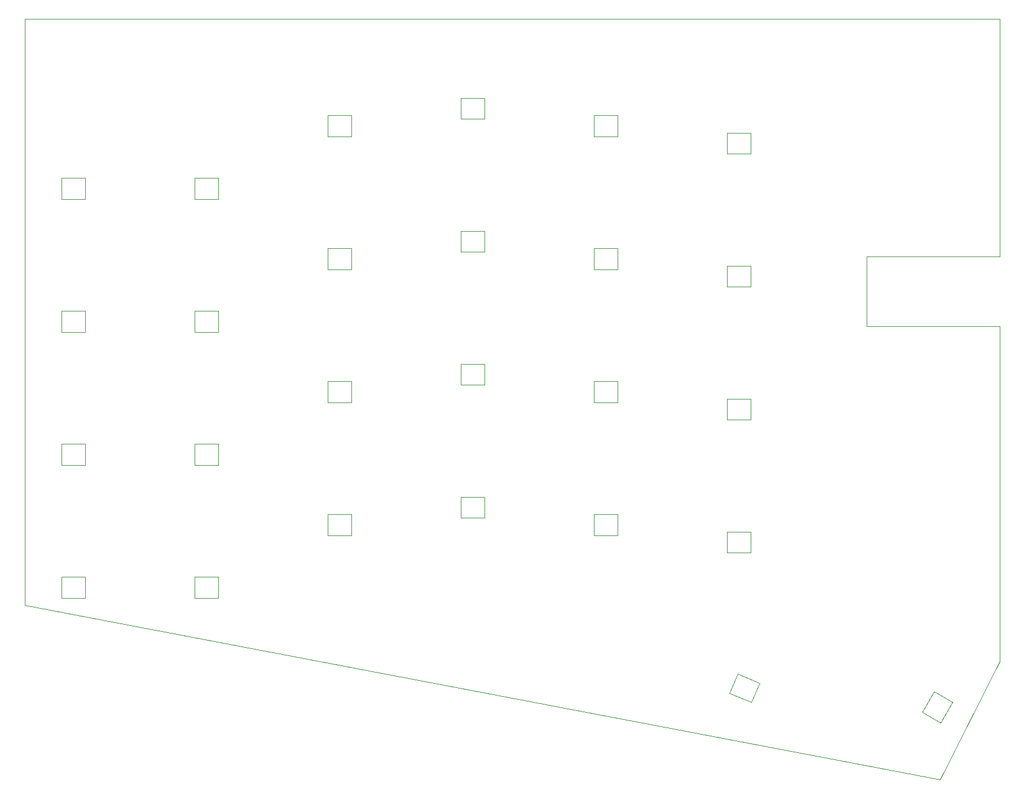
<source format=gbr>
%TF.GenerationSoftware,KiCad,Pcbnew,8.0.8-8.0.8-0~ubuntu22.04.1*%
%TF.CreationDate,2025-01-26T06:24:24-06:00*%
%TF.ProjectId,kbd,6b62642e-6b69-4636-9164-5f7063625858,rev?*%
%TF.SameCoordinates,Original*%
%TF.FileFunction,Profile,NP*%
%FSLAX46Y46*%
G04 Gerber Fmt 4.6, Leading zero omitted, Abs format (unit mm)*
G04 Created by KiCad (PCBNEW 8.0.8-8.0.8-0~ubuntu22.04.1) date 2025-01-26 06:24:24*
%MOMM*%
%LPD*%
G01*
G04 APERTURE LIST*
%TA.AperFunction,Profile*%
%ADD10C,0.050000*%
%TD*%
G04 APERTURE END LIST*
D10*
X192550000Y-75000000D02*
X173550000Y-75000000D01*
X173550000Y-85000000D01*
X192550000Y-85000000D01*
X192550000Y-133000000D01*
X184000000Y-150000000D01*
X53000000Y-125000000D01*
X53000000Y-41000000D01*
X192550000Y-41000000D01*
X192550000Y-75000000D01*
%TO.C,LED35*%
X153550000Y-114450000D02*
X156950000Y-114450000D01*
X156950000Y-117450000D01*
X153550000Y-117450000D01*
X153550000Y-114450000D01*
%TO.C,LED01*%
X80750000Y-66800000D02*
X77350000Y-66800000D01*
X77350000Y-63800000D01*
X80750000Y-63800000D01*
X80750000Y-66800000D01*
%TO.C,LED04*%
X137900000Y-57800000D02*
X134500000Y-57800000D01*
X134500000Y-54800000D01*
X137900000Y-54800000D01*
X137900000Y-57800000D01*
%TO.C,LED30*%
X58300000Y-120950000D02*
X61700000Y-120950000D01*
X61700000Y-123950000D01*
X58300000Y-123950000D01*
X58300000Y-120950000D01*
%TO.C,LED20*%
X61700000Y-104899999D02*
X58300000Y-104899999D01*
X58300000Y-101899999D01*
X61700000Y-101899999D01*
X61700000Y-104899999D01*
%TO.C,LED13*%
X115450000Y-71350000D02*
X118850000Y-71350000D01*
X118850000Y-74350000D01*
X115450000Y-74350000D01*
X115450000Y-71350000D01*
%TO.C,LED32*%
X96400000Y-111950000D02*
X99800000Y-111950000D01*
X99800000Y-114950000D01*
X96400000Y-114950000D01*
X96400000Y-111950000D01*
%TO.C,LED21*%
X80750000Y-104899999D02*
X77350000Y-104899999D01*
X77350000Y-101899999D01*
X80750000Y-101899999D01*
X80750000Y-104899999D01*
%TO.C,LED37*%
X185789038Y-138867757D02*
X184089038Y-141812243D01*
X181490962Y-140312243D01*
X183190962Y-137367757D01*
X185789038Y-138867757D01*
%TO.C,LED23*%
X118850000Y-93399999D02*
X115450000Y-93399999D01*
X115450000Y-90399999D01*
X118850000Y-90399999D01*
X118850000Y-93399999D01*
%TO.C,LED31*%
X77350000Y-120950000D02*
X80750000Y-120950000D01*
X80750000Y-123950000D01*
X77350000Y-123950000D01*
X77350000Y-120950000D01*
%TO.C,LED24*%
X137900000Y-95899999D02*
X134500000Y-95899999D01*
X134500000Y-92899999D01*
X137900000Y-92899999D01*
X137900000Y-95899999D01*
%TO.C,LED25*%
X156950000Y-98399999D02*
X153550000Y-98399999D01*
X153550000Y-95399999D01*
X156950000Y-95399999D01*
X156950000Y-98399999D01*
%TO.C,LED03*%
X118850000Y-55300000D02*
X115450000Y-55300000D01*
X115450000Y-52300000D01*
X118850000Y-52300000D01*
X118850000Y-55300000D01*
%TO.C,LED33*%
X115450000Y-109450000D02*
X118850000Y-109450000D01*
X118850000Y-112450000D01*
X115450000Y-112450000D01*
X115450000Y-109450000D01*
%TO.C,LED36*%
X158220955Y-136121232D02*
X157048762Y-138882746D01*
X153919045Y-137554260D01*
X155091238Y-134792746D01*
X158220955Y-136121232D01*
%TO.C,LED14*%
X134500000Y-73850000D02*
X137900000Y-73850000D01*
X137900000Y-76850000D01*
X134500000Y-76850000D01*
X134500000Y-73850000D01*
%TO.C,LED22*%
X99800000Y-95899999D02*
X96400000Y-95899999D01*
X96400000Y-92899999D01*
X99800000Y-92899999D01*
X99800000Y-95899999D01*
%TO.C,LED10*%
X58300000Y-82850000D02*
X61700000Y-82850000D01*
X61700000Y-85850000D01*
X58300000Y-85850000D01*
X58300000Y-82850000D01*
%TO.C,LED12*%
X96400000Y-73850000D02*
X99800000Y-73850000D01*
X99800000Y-76850000D01*
X96400000Y-76850000D01*
X96400000Y-73850000D01*
%TO.C,LED02*%
X99800000Y-57800000D02*
X96400000Y-57800000D01*
X96400000Y-54800000D01*
X99800000Y-54800000D01*
X99800000Y-57800000D01*
%TO.C,LED34*%
X134500000Y-111950000D02*
X137900000Y-111950000D01*
X137900000Y-114950000D01*
X134500000Y-114950000D01*
X134500000Y-111950000D01*
%TO.C,LED00*%
X61700000Y-66800000D02*
X58300000Y-66800000D01*
X58300000Y-63800000D01*
X61700000Y-63800000D01*
X61700000Y-66800000D01*
%TO.C,LED15*%
X153550000Y-76350000D02*
X156950000Y-76350000D01*
X156950000Y-79350000D01*
X153550000Y-79350000D01*
X153550000Y-76350000D01*
%TO.C,LED11*%
X77350000Y-82850000D02*
X80750000Y-82850000D01*
X80750000Y-85850000D01*
X77350000Y-85850000D01*
X77350000Y-82850000D01*
%TO.C,LED05*%
X156950000Y-60300000D02*
X153550000Y-60300000D01*
X153550000Y-57300000D01*
X156950000Y-57300000D01*
X156950000Y-60300000D01*
%TD*%
M02*

</source>
